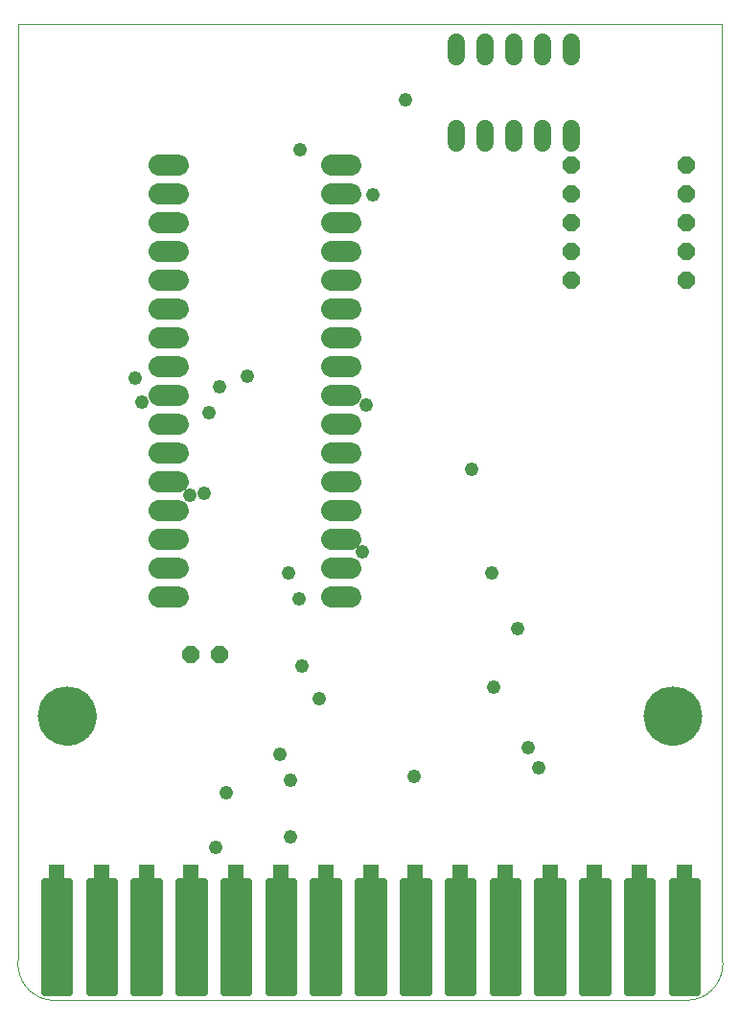
<source format=gbs>
G75*
%MOIN*%
%OFA0B0*%
%FSLAX25Y25*%
%IPPOS*%
%LPD*%
%AMOC8*
5,1,8,0,0,1.08239X$1,22.5*
%
%ADD10C,0.00000*%
%ADD11C,0.20485*%
%ADD12R,0.05800X0.05800*%
%ADD13C,0.02207*%
%ADD14C,0.07296*%
%ADD15OC8,0.06000*%
%ADD16C,0.06000*%
%ADD17C,0.04800*%
D10*
X0067595Y0047713D02*
X0067595Y0372634D01*
X0312516Y0372634D01*
X0312516Y0047713D01*
X0312517Y0047713D02*
X0312543Y0047410D01*
X0312563Y0047106D01*
X0312574Y0046802D01*
X0312579Y0046498D01*
X0312576Y0046194D01*
X0312566Y0045889D01*
X0312548Y0045586D01*
X0312524Y0045282D01*
X0312491Y0044980D01*
X0312452Y0044678D01*
X0312405Y0044377D01*
X0312351Y0044078D01*
X0312290Y0043780D01*
X0312221Y0043483D01*
X0312146Y0043189D01*
X0312063Y0042896D01*
X0311973Y0042605D01*
X0311877Y0042317D01*
X0311773Y0042030D01*
X0311663Y0041747D01*
X0311545Y0041466D01*
X0311421Y0041188D01*
X0311290Y0040914D01*
X0311153Y0040642D01*
X0311009Y0040374D01*
X0310859Y0040109D01*
X0310702Y0039849D01*
X0310539Y0039592D01*
X0310370Y0039339D01*
X0310195Y0039090D01*
X0310013Y0038845D01*
X0309826Y0038605D01*
X0309634Y0038370D01*
X0309435Y0038139D01*
X0309231Y0037913D01*
X0309022Y0037692D01*
X0308808Y0037477D01*
X0308588Y0037266D01*
X0308363Y0037061D01*
X0308133Y0036861D01*
X0307899Y0036667D01*
X0307660Y0036479D01*
X0307417Y0036296D01*
X0307169Y0036120D01*
X0306917Y0035949D01*
X0306661Y0035785D01*
X0306401Y0035627D01*
X0306137Y0035475D01*
X0305870Y0035330D01*
X0305599Y0035191D01*
X0305325Y0035058D01*
X0305048Y0034933D01*
X0304768Y0034814D01*
X0304485Y0034702D01*
X0304199Y0034596D01*
X0303911Y0034498D01*
X0303621Y0034407D01*
X0303329Y0034322D01*
X0303034Y0034245D01*
X0302738Y0034175D01*
X0302440Y0034112D01*
X0302141Y0034057D01*
X0301841Y0034008D01*
X0301539Y0033967D01*
X0301237Y0033933D01*
X0078875Y0033933D01*
X0078568Y0033968D01*
X0078262Y0034010D01*
X0077957Y0034059D01*
X0077653Y0034116D01*
X0077351Y0034180D01*
X0077050Y0034252D01*
X0076751Y0034331D01*
X0076455Y0034418D01*
X0076160Y0034512D01*
X0075868Y0034612D01*
X0075578Y0034720D01*
X0075292Y0034836D01*
X0075008Y0034958D01*
X0074727Y0035087D01*
X0074449Y0035223D01*
X0074175Y0035365D01*
X0073905Y0035515D01*
X0073638Y0035671D01*
X0073375Y0035833D01*
X0073116Y0036002D01*
X0072861Y0036177D01*
X0072611Y0036358D01*
X0072365Y0036546D01*
X0072124Y0036739D01*
X0071888Y0036939D01*
X0071657Y0037144D01*
X0071431Y0037354D01*
X0071210Y0037570D01*
X0070994Y0037792D01*
X0070784Y0038018D01*
X0070580Y0038250D01*
X0070381Y0038487D01*
X0070188Y0038729D01*
X0070002Y0038975D01*
X0069821Y0039225D01*
X0069646Y0039480D01*
X0069478Y0039740D01*
X0069316Y0040003D01*
X0069161Y0040270D01*
X0069012Y0040541D01*
X0068870Y0040816D01*
X0068735Y0041094D01*
X0068607Y0041375D01*
X0068485Y0041659D01*
X0068371Y0041946D01*
X0068264Y0042236D01*
X0068164Y0042528D01*
X0068071Y0042823D01*
X0067985Y0043120D01*
X0067907Y0043419D01*
X0067835Y0043720D01*
X0067772Y0044022D01*
X0067716Y0044326D01*
X0067667Y0044631D01*
X0067626Y0044937D01*
X0067592Y0045245D01*
X0067566Y0045553D01*
X0067547Y0045861D01*
X0067536Y0046170D01*
X0067533Y0046479D01*
X0067537Y0046788D01*
X0067549Y0047097D01*
X0067568Y0047405D01*
X0067595Y0047713D01*
X0074937Y0132358D02*
X0074940Y0132600D01*
X0074949Y0132841D01*
X0074964Y0133082D01*
X0074984Y0133323D01*
X0075011Y0133563D01*
X0075044Y0133802D01*
X0075082Y0134041D01*
X0075126Y0134278D01*
X0075176Y0134515D01*
X0075232Y0134750D01*
X0075294Y0134983D01*
X0075361Y0135215D01*
X0075434Y0135446D01*
X0075512Y0135674D01*
X0075597Y0135900D01*
X0075686Y0136125D01*
X0075781Y0136347D01*
X0075882Y0136566D01*
X0075988Y0136784D01*
X0076099Y0136998D01*
X0076216Y0137210D01*
X0076337Y0137418D01*
X0076464Y0137624D01*
X0076596Y0137826D01*
X0076733Y0138026D01*
X0076874Y0138221D01*
X0077020Y0138414D01*
X0077171Y0138602D01*
X0077327Y0138787D01*
X0077487Y0138968D01*
X0077651Y0139145D01*
X0077820Y0139318D01*
X0077993Y0139487D01*
X0078170Y0139651D01*
X0078351Y0139811D01*
X0078536Y0139967D01*
X0078724Y0140118D01*
X0078917Y0140264D01*
X0079112Y0140405D01*
X0079312Y0140542D01*
X0079514Y0140674D01*
X0079720Y0140801D01*
X0079928Y0140922D01*
X0080140Y0141039D01*
X0080354Y0141150D01*
X0080572Y0141256D01*
X0080791Y0141357D01*
X0081013Y0141452D01*
X0081238Y0141541D01*
X0081464Y0141626D01*
X0081692Y0141704D01*
X0081923Y0141777D01*
X0082155Y0141844D01*
X0082388Y0141906D01*
X0082623Y0141962D01*
X0082860Y0142012D01*
X0083097Y0142056D01*
X0083336Y0142094D01*
X0083575Y0142127D01*
X0083815Y0142154D01*
X0084056Y0142174D01*
X0084297Y0142189D01*
X0084538Y0142198D01*
X0084780Y0142201D01*
X0085022Y0142198D01*
X0085263Y0142189D01*
X0085504Y0142174D01*
X0085745Y0142154D01*
X0085985Y0142127D01*
X0086224Y0142094D01*
X0086463Y0142056D01*
X0086700Y0142012D01*
X0086937Y0141962D01*
X0087172Y0141906D01*
X0087405Y0141844D01*
X0087637Y0141777D01*
X0087868Y0141704D01*
X0088096Y0141626D01*
X0088322Y0141541D01*
X0088547Y0141452D01*
X0088769Y0141357D01*
X0088988Y0141256D01*
X0089206Y0141150D01*
X0089420Y0141039D01*
X0089632Y0140922D01*
X0089840Y0140801D01*
X0090046Y0140674D01*
X0090248Y0140542D01*
X0090448Y0140405D01*
X0090643Y0140264D01*
X0090836Y0140118D01*
X0091024Y0139967D01*
X0091209Y0139811D01*
X0091390Y0139651D01*
X0091567Y0139487D01*
X0091740Y0139318D01*
X0091909Y0139145D01*
X0092073Y0138968D01*
X0092233Y0138787D01*
X0092389Y0138602D01*
X0092540Y0138414D01*
X0092686Y0138221D01*
X0092827Y0138026D01*
X0092964Y0137826D01*
X0093096Y0137624D01*
X0093223Y0137418D01*
X0093344Y0137210D01*
X0093461Y0136998D01*
X0093572Y0136784D01*
X0093678Y0136566D01*
X0093779Y0136347D01*
X0093874Y0136125D01*
X0093963Y0135900D01*
X0094048Y0135674D01*
X0094126Y0135446D01*
X0094199Y0135215D01*
X0094266Y0134983D01*
X0094328Y0134750D01*
X0094384Y0134515D01*
X0094434Y0134278D01*
X0094478Y0134041D01*
X0094516Y0133802D01*
X0094549Y0133563D01*
X0094576Y0133323D01*
X0094596Y0133082D01*
X0094611Y0132841D01*
X0094620Y0132600D01*
X0094623Y0132358D01*
X0094620Y0132116D01*
X0094611Y0131875D01*
X0094596Y0131634D01*
X0094576Y0131393D01*
X0094549Y0131153D01*
X0094516Y0130914D01*
X0094478Y0130675D01*
X0094434Y0130438D01*
X0094384Y0130201D01*
X0094328Y0129966D01*
X0094266Y0129733D01*
X0094199Y0129501D01*
X0094126Y0129270D01*
X0094048Y0129042D01*
X0093963Y0128816D01*
X0093874Y0128591D01*
X0093779Y0128369D01*
X0093678Y0128150D01*
X0093572Y0127932D01*
X0093461Y0127718D01*
X0093344Y0127506D01*
X0093223Y0127298D01*
X0093096Y0127092D01*
X0092964Y0126890D01*
X0092827Y0126690D01*
X0092686Y0126495D01*
X0092540Y0126302D01*
X0092389Y0126114D01*
X0092233Y0125929D01*
X0092073Y0125748D01*
X0091909Y0125571D01*
X0091740Y0125398D01*
X0091567Y0125229D01*
X0091390Y0125065D01*
X0091209Y0124905D01*
X0091024Y0124749D01*
X0090836Y0124598D01*
X0090643Y0124452D01*
X0090448Y0124311D01*
X0090248Y0124174D01*
X0090046Y0124042D01*
X0089840Y0123915D01*
X0089632Y0123794D01*
X0089420Y0123677D01*
X0089206Y0123566D01*
X0088988Y0123460D01*
X0088769Y0123359D01*
X0088547Y0123264D01*
X0088322Y0123175D01*
X0088096Y0123090D01*
X0087868Y0123012D01*
X0087637Y0122939D01*
X0087405Y0122872D01*
X0087172Y0122810D01*
X0086937Y0122754D01*
X0086700Y0122704D01*
X0086463Y0122660D01*
X0086224Y0122622D01*
X0085985Y0122589D01*
X0085745Y0122562D01*
X0085504Y0122542D01*
X0085263Y0122527D01*
X0085022Y0122518D01*
X0084780Y0122515D01*
X0084538Y0122518D01*
X0084297Y0122527D01*
X0084056Y0122542D01*
X0083815Y0122562D01*
X0083575Y0122589D01*
X0083336Y0122622D01*
X0083097Y0122660D01*
X0082860Y0122704D01*
X0082623Y0122754D01*
X0082388Y0122810D01*
X0082155Y0122872D01*
X0081923Y0122939D01*
X0081692Y0123012D01*
X0081464Y0123090D01*
X0081238Y0123175D01*
X0081013Y0123264D01*
X0080791Y0123359D01*
X0080572Y0123460D01*
X0080354Y0123566D01*
X0080140Y0123677D01*
X0079928Y0123794D01*
X0079720Y0123915D01*
X0079514Y0124042D01*
X0079312Y0124174D01*
X0079112Y0124311D01*
X0078917Y0124452D01*
X0078724Y0124598D01*
X0078536Y0124749D01*
X0078351Y0124905D01*
X0078170Y0125065D01*
X0077993Y0125229D01*
X0077820Y0125398D01*
X0077651Y0125571D01*
X0077487Y0125748D01*
X0077327Y0125929D01*
X0077171Y0126114D01*
X0077020Y0126302D01*
X0076874Y0126495D01*
X0076733Y0126690D01*
X0076596Y0126890D01*
X0076464Y0127092D01*
X0076337Y0127298D01*
X0076216Y0127506D01*
X0076099Y0127718D01*
X0075988Y0127932D01*
X0075882Y0128150D01*
X0075781Y0128369D01*
X0075686Y0128591D01*
X0075597Y0128816D01*
X0075512Y0129042D01*
X0075434Y0129270D01*
X0075361Y0129501D01*
X0075294Y0129733D01*
X0075232Y0129966D01*
X0075176Y0130201D01*
X0075126Y0130438D01*
X0075082Y0130675D01*
X0075044Y0130914D01*
X0075011Y0131153D01*
X0074984Y0131393D01*
X0074964Y0131634D01*
X0074949Y0131875D01*
X0074940Y0132116D01*
X0074937Y0132358D01*
X0285488Y0132358D02*
X0285491Y0132600D01*
X0285500Y0132841D01*
X0285515Y0133082D01*
X0285535Y0133323D01*
X0285562Y0133563D01*
X0285595Y0133802D01*
X0285633Y0134041D01*
X0285677Y0134278D01*
X0285727Y0134515D01*
X0285783Y0134750D01*
X0285845Y0134983D01*
X0285912Y0135215D01*
X0285985Y0135446D01*
X0286063Y0135674D01*
X0286148Y0135900D01*
X0286237Y0136125D01*
X0286332Y0136347D01*
X0286433Y0136566D01*
X0286539Y0136784D01*
X0286650Y0136998D01*
X0286767Y0137210D01*
X0286888Y0137418D01*
X0287015Y0137624D01*
X0287147Y0137826D01*
X0287284Y0138026D01*
X0287425Y0138221D01*
X0287571Y0138414D01*
X0287722Y0138602D01*
X0287878Y0138787D01*
X0288038Y0138968D01*
X0288202Y0139145D01*
X0288371Y0139318D01*
X0288544Y0139487D01*
X0288721Y0139651D01*
X0288902Y0139811D01*
X0289087Y0139967D01*
X0289275Y0140118D01*
X0289468Y0140264D01*
X0289663Y0140405D01*
X0289863Y0140542D01*
X0290065Y0140674D01*
X0290271Y0140801D01*
X0290479Y0140922D01*
X0290691Y0141039D01*
X0290905Y0141150D01*
X0291123Y0141256D01*
X0291342Y0141357D01*
X0291564Y0141452D01*
X0291789Y0141541D01*
X0292015Y0141626D01*
X0292243Y0141704D01*
X0292474Y0141777D01*
X0292706Y0141844D01*
X0292939Y0141906D01*
X0293174Y0141962D01*
X0293411Y0142012D01*
X0293648Y0142056D01*
X0293887Y0142094D01*
X0294126Y0142127D01*
X0294366Y0142154D01*
X0294607Y0142174D01*
X0294848Y0142189D01*
X0295089Y0142198D01*
X0295331Y0142201D01*
X0295573Y0142198D01*
X0295814Y0142189D01*
X0296055Y0142174D01*
X0296296Y0142154D01*
X0296536Y0142127D01*
X0296775Y0142094D01*
X0297014Y0142056D01*
X0297251Y0142012D01*
X0297488Y0141962D01*
X0297723Y0141906D01*
X0297956Y0141844D01*
X0298188Y0141777D01*
X0298419Y0141704D01*
X0298647Y0141626D01*
X0298873Y0141541D01*
X0299098Y0141452D01*
X0299320Y0141357D01*
X0299539Y0141256D01*
X0299757Y0141150D01*
X0299971Y0141039D01*
X0300183Y0140922D01*
X0300391Y0140801D01*
X0300597Y0140674D01*
X0300799Y0140542D01*
X0300999Y0140405D01*
X0301194Y0140264D01*
X0301387Y0140118D01*
X0301575Y0139967D01*
X0301760Y0139811D01*
X0301941Y0139651D01*
X0302118Y0139487D01*
X0302291Y0139318D01*
X0302460Y0139145D01*
X0302624Y0138968D01*
X0302784Y0138787D01*
X0302940Y0138602D01*
X0303091Y0138414D01*
X0303237Y0138221D01*
X0303378Y0138026D01*
X0303515Y0137826D01*
X0303647Y0137624D01*
X0303774Y0137418D01*
X0303895Y0137210D01*
X0304012Y0136998D01*
X0304123Y0136784D01*
X0304229Y0136566D01*
X0304330Y0136347D01*
X0304425Y0136125D01*
X0304514Y0135900D01*
X0304599Y0135674D01*
X0304677Y0135446D01*
X0304750Y0135215D01*
X0304817Y0134983D01*
X0304879Y0134750D01*
X0304935Y0134515D01*
X0304985Y0134278D01*
X0305029Y0134041D01*
X0305067Y0133802D01*
X0305100Y0133563D01*
X0305127Y0133323D01*
X0305147Y0133082D01*
X0305162Y0132841D01*
X0305171Y0132600D01*
X0305174Y0132358D01*
X0305171Y0132116D01*
X0305162Y0131875D01*
X0305147Y0131634D01*
X0305127Y0131393D01*
X0305100Y0131153D01*
X0305067Y0130914D01*
X0305029Y0130675D01*
X0304985Y0130438D01*
X0304935Y0130201D01*
X0304879Y0129966D01*
X0304817Y0129733D01*
X0304750Y0129501D01*
X0304677Y0129270D01*
X0304599Y0129042D01*
X0304514Y0128816D01*
X0304425Y0128591D01*
X0304330Y0128369D01*
X0304229Y0128150D01*
X0304123Y0127932D01*
X0304012Y0127718D01*
X0303895Y0127506D01*
X0303774Y0127298D01*
X0303647Y0127092D01*
X0303515Y0126890D01*
X0303378Y0126690D01*
X0303237Y0126495D01*
X0303091Y0126302D01*
X0302940Y0126114D01*
X0302784Y0125929D01*
X0302624Y0125748D01*
X0302460Y0125571D01*
X0302291Y0125398D01*
X0302118Y0125229D01*
X0301941Y0125065D01*
X0301760Y0124905D01*
X0301575Y0124749D01*
X0301387Y0124598D01*
X0301194Y0124452D01*
X0300999Y0124311D01*
X0300799Y0124174D01*
X0300597Y0124042D01*
X0300391Y0123915D01*
X0300183Y0123794D01*
X0299971Y0123677D01*
X0299757Y0123566D01*
X0299539Y0123460D01*
X0299320Y0123359D01*
X0299098Y0123264D01*
X0298873Y0123175D01*
X0298647Y0123090D01*
X0298419Y0123012D01*
X0298188Y0122939D01*
X0297956Y0122872D01*
X0297723Y0122810D01*
X0297488Y0122754D01*
X0297251Y0122704D01*
X0297014Y0122660D01*
X0296775Y0122622D01*
X0296536Y0122589D01*
X0296296Y0122562D01*
X0296055Y0122542D01*
X0295814Y0122527D01*
X0295573Y0122518D01*
X0295331Y0122515D01*
X0295089Y0122518D01*
X0294848Y0122527D01*
X0294607Y0122542D01*
X0294366Y0122562D01*
X0294126Y0122589D01*
X0293887Y0122622D01*
X0293648Y0122660D01*
X0293411Y0122704D01*
X0293174Y0122754D01*
X0292939Y0122810D01*
X0292706Y0122872D01*
X0292474Y0122939D01*
X0292243Y0123012D01*
X0292015Y0123090D01*
X0291789Y0123175D01*
X0291564Y0123264D01*
X0291342Y0123359D01*
X0291123Y0123460D01*
X0290905Y0123566D01*
X0290691Y0123677D01*
X0290479Y0123794D01*
X0290271Y0123915D01*
X0290065Y0124042D01*
X0289863Y0124174D01*
X0289663Y0124311D01*
X0289468Y0124452D01*
X0289275Y0124598D01*
X0289087Y0124749D01*
X0288902Y0124905D01*
X0288721Y0125065D01*
X0288544Y0125229D01*
X0288371Y0125398D01*
X0288202Y0125571D01*
X0288038Y0125748D01*
X0287878Y0125929D01*
X0287722Y0126114D01*
X0287571Y0126302D01*
X0287425Y0126495D01*
X0287284Y0126690D01*
X0287147Y0126890D01*
X0287015Y0127092D01*
X0286888Y0127298D01*
X0286767Y0127506D01*
X0286650Y0127718D01*
X0286539Y0127932D01*
X0286433Y0128150D01*
X0286332Y0128369D01*
X0286237Y0128591D01*
X0286148Y0128816D01*
X0286063Y0129042D01*
X0285985Y0129270D01*
X0285912Y0129501D01*
X0285845Y0129733D01*
X0285783Y0129966D01*
X0285727Y0130201D01*
X0285677Y0130438D01*
X0285633Y0130675D01*
X0285595Y0130914D01*
X0285562Y0131153D01*
X0285535Y0131393D01*
X0285515Y0131634D01*
X0285500Y0131875D01*
X0285491Y0132116D01*
X0285488Y0132358D01*
D11*
X0295331Y0132358D03*
X0084780Y0132358D03*
D12*
X0081109Y0078211D03*
X0096699Y0078211D03*
X0112290Y0078211D03*
X0127880Y0078211D03*
X0143471Y0078211D03*
X0159061Y0078211D03*
X0174652Y0078211D03*
X0190243Y0078211D03*
X0205833Y0078211D03*
X0221424Y0078211D03*
X0237014Y0078211D03*
X0252605Y0078211D03*
X0268195Y0078211D03*
X0283786Y0078211D03*
X0299376Y0078211D03*
D13*
X0294961Y0075008D02*
X0294961Y0036414D01*
X0294961Y0075008D02*
X0303791Y0075008D01*
X0303791Y0036414D01*
X0294961Y0036414D01*
X0294961Y0038620D02*
X0303791Y0038620D01*
X0303791Y0040826D02*
X0294961Y0040826D01*
X0294961Y0043032D02*
X0303791Y0043032D01*
X0303791Y0045238D02*
X0294961Y0045238D01*
X0294961Y0047444D02*
X0303791Y0047444D01*
X0303791Y0049650D02*
X0294961Y0049650D01*
X0294961Y0051856D02*
X0303791Y0051856D01*
X0303791Y0054062D02*
X0294961Y0054062D01*
X0294961Y0056268D02*
X0303791Y0056268D01*
X0303791Y0058474D02*
X0294961Y0058474D01*
X0294961Y0060680D02*
X0303791Y0060680D01*
X0303791Y0062886D02*
X0294961Y0062886D01*
X0294961Y0065092D02*
X0303791Y0065092D01*
X0303791Y0067298D02*
X0294961Y0067298D01*
X0294961Y0069504D02*
X0303791Y0069504D01*
X0303791Y0071710D02*
X0294961Y0071710D01*
X0294961Y0073916D02*
X0303791Y0073916D01*
X0279371Y0075008D02*
X0279371Y0036414D01*
X0279371Y0075008D02*
X0288201Y0075008D01*
X0288201Y0036414D01*
X0279371Y0036414D01*
X0279371Y0038620D02*
X0288201Y0038620D01*
X0288201Y0040826D02*
X0279371Y0040826D01*
X0279371Y0043032D02*
X0288201Y0043032D01*
X0288201Y0045238D02*
X0279371Y0045238D01*
X0279371Y0047444D02*
X0288201Y0047444D01*
X0288201Y0049650D02*
X0279371Y0049650D01*
X0279371Y0051856D02*
X0288201Y0051856D01*
X0288201Y0054062D02*
X0279371Y0054062D01*
X0279371Y0056268D02*
X0288201Y0056268D01*
X0288201Y0058474D02*
X0279371Y0058474D01*
X0279371Y0060680D02*
X0288201Y0060680D01*
X0288201Y0062886D02*
X0279371Y0062886D01*
X0279371Y0065092D02*
X0288201Y0065092D01*
X0288201Y0067298D02*
X0279371Y0067298D01*
X0279371Y0069504D02*
X0288201Y0069504D01*
X0288201Y0071710D02*
X0279371Y0071710D01*
X0279371Y0073916D02*
X0288201Y0073916D01*
X0263780Y0075008D02*
X0263780Y0036414D01*
X0263780Y0075008D02*
X0272610Y0075008D01*
X0272610Y0036414D01*
X0263780Y0036414D01*
X0263780Y0038620D02*
X0272610Y0038620D01*
X0272610Y0040826D02*
X0263780Y0040826D01*
X0263780Y0043032D02*
X0272610Y0043032D01*
X0272610Y0045238D02*
X0263780Y0045238D01*
X0263780Y0047444D02*
X0272610Y0047444D01*
X0272610Y0049650D02*
X0263780Y0049650D01*
X0263780Y0051856D02*
X0272610Y0051856D01*
X0272610Y0054062D02*
X0263780Y0054062D01*
X0263780Y0056268D02*
X0272610Y0056268D01*
X0272610Y0058474D02*
X0263780Y0058474D01*
X0263780Y0060680D02*
X0272610Y0060680D01*
X0272610Y0062886D02*
X0263780Y0062886D01*
X0263780Y0065092D02*
X0272610Y0065092D01*
X0272610Y0067298D02*
X0263780Y0067298D01*
X0263780Y0069504D02*
X0272610Y0069504D01*
X0272610Y0071710D02*
X0263780Y0071710D01*
X0263780Y0073916D02*
X0272610Y0073916D01*
X0248190Y0075008D02*
X0248190Y0036414D01*
X0248190Y0075008D02*
X0257020Y0075008D01*
X0257020Y0036414D01*
X0248190Y0036414D01*
X0248190Y0038620D02*
X0257020Y0038620D01*
X0257020Y0040826D02*
X0248190Y0040826D01*
X0248190Y0043032D02*
X0257020Y0043032D01*
X0257020Y0045238D02*
X0248190Y0045238D01*
X0248190Y0047444D02*
X0257020Y0047444D01*
X0257020Y0049650D02*
X0248190Y0049650D01*
X0248190Y0051856D02*
X0257020Y0051856D01*
X0257020Y0054062D02*
X0248190Y0054062D01*
X0248190Y0056268D02*
X0257020Y0056268D01*
X0257020Y0058474D02*
X0248190Y0058474D01*
X0248190Y0060680D02*
X0257020Y0060680D01*
X0257020Y0062886D02*
X0248190Y0062886D01*
X0248190Y0065092D02*
X0257020Y0065092D01*
X0257020Y0067298D02*
X0248190Y0067298D01*
X0248190Y0069504D02*
X0257020Y0069504D01*
X0257020Y0071710D02*
X0248190Y0071710D01*
X0248190Y0073916D02*
X0257020Y0073916D01*
X0232599Y0075008D02*
X0232599Y0036414D01*
X0232599Y0075008D02*
X0241429Y0075008D01*
X0241429Y0036414D01*
X0232599Y0036414D01*
X0232599Y0038620D02*
X0241429Y0038620D01*
X0241429Y0040826D02*
X0232599Y0040826D01*
X0232599Y0043032D02*
X0241429Y0043032D01*
X0241429Y0045238D02*
X0232599Y0045238D01*
X0232599Y0047444D02*
X0241429Y0047444D01*
X0241429Y0049650D02*
X0232599Y0049650D01*
X0232599Y0051856D02*
X0241429Y0051856D01*
X0241429Y0054062D02*
X0232599Y0054062D01*
X0232599Y0056268D02*
X0241429Y0056268D01*
X0241429Y0058474D02*
X0232599Y0058474D01*
X0232599Y0060680D02*
X0241429Y0060680D01*
X0241429Y0062886D02*
X0232599Y0062886D01*
X0232599Y0065092D02*
X0241429Y0065092D01*
X0241429Y0067298D02*
X0232599Y0067298D01*
X0232599Y0069504D02*
X0241429Y0069504D01*
X0241429Y0071710D02*
X0232599Y0071710D01*
X0232599Y0073916D02*
X0241429Y0073916D01*
X0217009Y0075008D02*
X0217009Y0036414D01*
X0217009Y0075008D02*
X0225839Y0075008D01*
X0225839Y0036414D01*
X0217009Y0036414D01*
X0217009Y0038620D02*
X0225839Y0038620D01*
X0225839Y0040826D02*
X0217009Y0040826D01*
X0217009Y0043032D02*
X0225839Y0043032D01*
X0225839Y0045238D02*
X0217009Y0045238D01*
X0217009Y0047444D02*
X0225839Y0047444D01*
X0225839Y0049650D02*
X0217009Y0049650D01*
X0217009Y0051856D02*
X0225839Y0051856D01*
X0225839Y0054062D02*
X0217009Y0054062D01*
X0217009Y0056268D02*
X0225839Y0056268D01*
X0225839Y0058474D02*
X0217009Y0058474D01*
X0217009Y0060680D02*
X0225839Y0060680D01*
X0225839Y0062886D02*
X0217009Y0062886D01*
X0217009Y0065092D02*
X0225839Y0065092D01*
X0225839Y0067298D02*
X0217009Y0067298D01*
X0217009Y0069504D02*
X0225839Y0069504D01*
X0225839Y0071710D02*
X0217009Y0071710D01*
X0217009Y0073916D02*
X0225839Y0073916D01*
X0201418Y0075008D02*
X0201418Y0036414D01*
X0201418Y0075008D02*
X0210248Y0075008D01*
X0210248Y0036414D01*
X0201418Y0036414D01*
X0201418Y0038620D02*
X0210248Y0038620D01*
X0210248Y0040826D02*
X0201418Y0040826D01*
X0201418Y0043032D02*
X0210248Y0043032D01*
X0210248Y0045238D02*
X0201418Y0045238D01*
X0201418Y0047444D02*
X0210248Y0047444D01*
X0210248Y0049650D02*
X0201418Y0049650D01*
X0201418Y0051856D02*
X0210248Y0051856D01*
X0210248Y0054062D02*
X0201418Y0054062D01*
X0201418Y0056268D02*
X0210248Y0056268D01*
X0210248Y0058474D02*
X0201418Y0058474D01*
X0201418Y0060680D02*
X0210248Y0060680D01*
X0210248Y0062886D02*
X0201418Y0062886D01*
X0201418Y0065092D02*
X0210248Y0065092D01*
X0210248Y0067298D02*
X0201418Y0067298D01*
X0201418Y0069504D02*
X0210248Y0069504D01*
X0210248Y0071710D02*
X0201418Y0071710D01*
X0201418Y0073916D02*
X0210248Y0073916D01*
X0185828Y0075008D02*
X0185828Y0036414D01*
X0185828Y0075008D02*
X0194658Y0075008D01*
X0194658Y0036414D01*
X0185828Y0036414D01*
X0185828Y0038620D02*
X0194658Y0038620D01*
X0194658Y0040826D02*
X0185828Y0040826D01*
X0185828Y0043032D02*
X0194658Y0043032D01*
X0194658Y0045238D02*
X0185828Y0045238D01*
X0185828Y0047444D02*
X0194658Y0047444D01*
X0194658Y0049650D02*
X0185828Y0049650D01*
X0185828Y0051856D02*
X0194658Y0051856D01*
X0194658Y0054062D02*
X0185828Y0054062D01*
X0185828Y0056268D02*
X0194658Y0056268D01*
X0194658Y0058474D02*
X0185828Y0058474D01*
X0185828Y0060680D02*
X0194658Y0060680D01*
X0194658Y0062886D02*
X0185828Y0062886D01*
X0185828Y0065092D02*
X0194658Y0065092D01*
X0194658Y0067298D02*
X0185828Y0067298D01*
X0185828Y0069504D02*
X0194658Y0069504D01*
X0194658Y0071710D02*
X0185828Y0071710D01*
X0185828Y0073916D02*
X0194658Y0073916D01*
X0170237Y0075008D02*
X0170237Y0036414D01*
X0170237Y0075008D02*
X0179067Y0075008D01*
X0179067Y0036414D01*
X0170237Y0036414D01*
X0170237Y0038620D02*
X0179067Y0038620D01*
X0179067Y0040826D02*
X0170237Y0040826D01*
X0170237Y0043032D02*
X0179067Y0043032D01*
X0179067Y0045238D02*
X0170237Y0045238D01*
X0170237Y0047444D02*
X0179067Y0047444D01*
X0179067Y0049650D02*
X0170237Y0049650D01*
X0170237Y0051856D02*
X0179067Y0051856D01*
X0179067Y0054062D02*
X0170237Y0054062D01*
X0170237Y0056268D02*
X0179067Y0056268D01*
X0179067Y0058474D02*
X0170237Y0058474D01*
X0170237Y0060680D02*
X0179067Y0060680D01*
X0179067Y0062886D02*
X0170237Y0062886D01*
X0170237Y0065092D02*
X0179067Y0065092D01*
X0179067Y0067298D02*
X0170237Y0067298D01*
X0170237Y0069504D02*
X0179067Y0069504D01*
X0179067Y0071710D02*
X0170237Y0071710D01*
X0170237Y0073916D02*
X0179067Y0073916D01*
X0154646Y0075008D02*
X0154646Y0036414D01*
X0154646Y0075008D02*
X0163476Y0075008D01*
X0163476Y0036414D01*
X0154646Y0036414D01*
X0154646Y0038620D02*
X0163476Y0038620D01*
X0163476Y0040826D02*
X0154646Y0040826D01*
X0154646Y0043032D02*
X0163476Y0043032D01*
X0163476Y0045238D02*
X0154646Y0045238D01*
X0154646Y0047444D02*
X0163476Y0047444D01*
X0163476Y0049650D02*
X0154646Y0049650D01*
X0154646Y0051856D02*
X0163476Y0051856D01*
X0163476Y0054062D02*
X0154646Y0054062D01*
X0154646Y0056268D02*
X0163476Y0056268D01*
X0163476Y0058474D02*
X0154646Y0058474D01*
X0154646Y0060680D02*
X0163476Y0060680D01*
X0163476Y0062886D02*
X0154646Y0062886D01*
X0154646Y0065092D02*
X0163476Y0065092D01*
X0163476Y0067298D02*
X0154646Y0067298D01*
X0154646Y0069504D02*
X0163476Y0069504D01*
X0163476Y0071710D02*
X0154646Y0071710D01*
X0154646Y0073916D02*
X0163476Y0073916D01*
X0139056Y0075008D02*
X0139056Y0036414D01*
X0139056Y0075008D02*
X0147886Y0075008D01*
X0147886Y0036414D01*
X0139056Y0036414D01*
X0139056Y0038620D02*
X0147886Y0038620D01*
X0147886Y0040826D02*
X0139056Y0040826D01*
X0139056Y0043032D02*
X0147886Y0043032D01*
X0147886Y0045238D02*
X0139056Y0045238D01*
X0139056Y0047444D02*
X0147886Y0047444D01*
X0147886Y0049650D02*
X0139056Y0049650D01*
X0139056Y0051856D02*
X0147886Y0051856D01*
X0147886Y0054062D02*
X0139056Y0054062D01*
X0139056Y0056268D02*
X0147886Y0056268D01*
X0147886Y0058474D02*
X0139056Y0058474D01*
X0139056Y0060680D02*
X0147886Y0060680D01*
X0147886Y0062886D02*
X0139056Y0062886D01*
X0139056Y0065092D02*
X0147886Y0065092D01*
X0147886Y0067298D02*
X0139056Y0067298D01*
X0139056Y0069504D02*
X0147886Y0069504D01*
X0147886Y0071710D02*
X0139056Y0071710D01*
X0139056Y0073916D02*
X0147886Y0073916D01*
X0123465Y0075008D02*
X0123465Y0036414D01*
X0123465Y0075008D02*
X0132295Y0075008D01*
X0132295Y0036414D01*
X0123465Y0036414D01*
X0123465Y0038620D02*
X0132295Y0038620D01*
X0132295Y0040826D02*
X0123465Y0040826D01*
X0123465Y0043032D02*
X0132295Y0043032D01*
X0132295Y0045238D02*
X0123465Y0045238D01*
X0123465Y0047444D02*
X0132295Y0047444D01*
X0132295Y0049650D02*
X0123465Y0049650D01*
X0123465Y0051856D02*
X0132295Y0051856D01*
X0132295Y0054062D02*
X0123465Y0054062D01*
X0123465Y0056268D02*
X0132295Y0056268D01*
X0132295Y0058474D02*
X0123465Y0058474D01*
X0123465Y0060680D02*
X0132295Y0060680D01*
X0132295Y0062886D02*
X0123465Y0062886D01*
X0123465Y0065092D02*
X0132295Y0065092D01*
X0132295Y0067298D02*
X0123465Y0067298D01*
X0123465Y0069504D02*
X0132295Y0069504D01*
X0132295Y0071710D02*
X0123465Y0071710D01*
X0123465Y0073916D02*
X0132295Y0073916D01*
X0107875Y0075008D02*
X0107875Y0036414D01*
X0107875Y0075008D02*
X0116705Y0075008D01*
X0116705Y0036414D01*
X0107875Y0036414D01*
X0107875Y0038620D02*
X0116705Y0038620D01*
X0116705Y0040826D02*
X0107875Y0040826D01*
X0107875Y0043032D02*
X0116705Y0043032D01*
X0116705Y0045238D02*
X0107875Y0045238D01*
X0107875Y0047444D02*
X0116705Y0047444D01*
X0116705Y0049650D02*
X0107875Y0049650D01*
X0107875Y0051856D02*
X0116705Y0051856D01*
X0116705Y0054062D02*
X0107875Y0054062D01*
X0107875Y0056268D02*
X0116705Y0056268D01*
X0116705Y0058474D02*
X0107875Y0058474D01*
X0107875Y0060680D02*
X0116705Y0060680D01*
X0116705Y0062886D02*
X0107875Y0062886D01*
X0107875Y0065092D02*
X0116705Y0065092D01*
X0116705Y0067298D02*
X0107875Y0067298D01*
X0107875Y0069504D02*
X0116705Y0069504D01*
X0116705Y0071710D02*
X0107875Y0071710D01*
X0107875Y0073916D02*
X0116705Y0073916D01*
X0092284Y0075008D02*
X0092284Y0036414D01*
X0092284Y0075008D02*
X0101114Y0075008D01*
X0101114Y0036414D01*
X0092284Y0036414D01*
X0092284Y0038620D02*
X0101114Y0038620D01*
X0101114Y0040826D02*
X0092284Y0040826D01*
X0092284Y0043032D02*
X0101114Y0043032D01*
X0101114Y0045238D02*
X0092284Y0045238D01*
X0092284Y0047444D02*
X0101114Y0047444D01*
X0101114Y0049650D02*
X0092284Y0049650D01*
X0092284Y0051856D02*
X0101114Y0051856D01*
X0101114Y0054062D02*
X0092284Y0054062D01*
X0092284Y0056268D02*
X0101114Y0056268D01*
X0101114Y0058474D02*
X0092284Y0058474D01*
X0092284Y0060680D02*
X0101114Y0060680D01*
X0101114Y0062886D02*
X0092284Y0062886D01*
X0092284Y0065092D02*
X0101114Y0065092D01*
X0101114Y0067298D02*
X0092284Y0067298D01*
X0092284Y0069504D02*
X0101114Y0069504D01*
X0101114Y0071710D02*
X0092284Y0071710D01*
X0092284Y0073916D02*
X0101114Y0073916D01*
X0076694Y0075008D02*
X0076694Y0036414D01*
X0076694Y0075008D02*
X0085524Y0075008D01*
X0085524Y0036414D01*
X0076694Y0036414D01*
X0076694Y0038620D02*
X0085524Y0038620D01*
X0085524Y0040826D02*
X0076694Y0040826D01*
X0076694Y0043032D02*
X0085524Y0043032D01*
X0085524Y0045238D02*
X0076694Y0045238D01*
X0076694Y0047444D02*
X0085524Y0047444D01*
X0085524Y0049650D02*
X0076694Y0049650D01*
X0076694Y0051856D02*
X0085524Y0051856D01*
X0085524Y0054062D02*
X0076694Y0054062D01*
X0076694Y0056268D02*
X0085524Y0056268D01*
X0085524Y0058474D02*
X0076694Y0058474D01*
X0076694Y0060680D02*
X0085524Y0060680D01*
X0085524Y0062886D02*
X0076694Y0062886D01*
X0076694Y0065092D02*
X0085524Y0065092D01*
X0085524Y0067298D02*
X0076694Y0067298D01*
X0076694Y0069504D02*
X0085524Y0069504D01*
X0085524Y0071710D02*
X0076694Y0071710D01*
X0076694Y0073916D02*
X0085524Y0073916D01*
D14*
X0116847Y0173933D02*
X0123343Y0173933D01*
X0123343Y0183933D02*
X0116847Y0183933D01*
X0116847Y0193933D02*
X0123343Y0193933D01*
X0123343Y0203933D02*
X0116847Y0203933D01*
X0116847Y0213933D02*
X0123343Y0213933D01*
X0123343Y0223933D02*
X0116847Y0223933D01*
X0116847Y0233933D02*
X0123343Y0233933D01*
X0123343Y0243933D02*
X0116847Y0243933D01*
X0116847Y0253933D02*
X0123343Y0253933D01*
X0123343Y0263933D02*
X0116847Y0263933D01*
X0116847Y0273933D02*
X0123343Y0273933D01*
X0123343Y0283933D02*
X0116847Y0283933D01*
X0116847Y0293933D02*
X0123343Y0293933D01*
X0123343Y0303933D02*
X0116847Y0303933D01*
X0116847Y0313933D02*
X0123343Y0313933D01*
X0123343Y0323933D02*
X0116847Y0323933D01*
X0176847Y0323933D02*
X0183343Y0323933D01*
X0183343Y0313933D02*
X0176847Y0313933D01*
X0176847Y0303933D02*
X0183343Y0303933D01*
X0183343Y0293933D02*
X0176847Y0293933D01*
X0176847Y0283933D02*
X0183343Y0283933D01*
X0183343Y0273933D02*
X0176847Y0273933D01*
X0176847Y0263933D02*
X0183343Y0263933D01*
X0183343Y0253933D02*
X0176847Y0253933D01*
X0176847Y0243933D02*
X0183343Y0243933D01*
X0183343Y0233933D02*
X0176847Y0233933D01*
X0176847Y0223933D02*
X0183343Y0223933D01*
X0183343Y0213933D02*
X0176847Y0213933D01*
X0176847Y0203933D02*
X0183343Y0203933D01*
X0183343Y0193933D02*
X0176847Y0193933D01*
X0176847Y0183933D02*
X0183343Y0183933D01*
X0183343Y0173933D02*
X0176847Y0173933D01*
D15*
X0137595Y0153933D03*
X0127595Y0153933D03*
X0260095Y0283933D03*
X0260095Y0293933D03*
X0260095Y0303933D03*
X0260095Y0313933D03*
X0260095Y0323933D03*
X0300095Y0323933D03*
X0300095Y0313933D03*
X0300095Y0303933D03*
X0300095Y0293933D03*
X0300095Y0283933D03*
D16*
X0260095Y0331333D02*
X0260095Y0336533D01*
X0250095Y0336533D02*
X0250095Y0331333D01*
X0240095Y0331333D02*
X0240095Y0336533D01*
X0230095Y0336533D02*
X0230095Y0331333D01*
X0220095Y0331333D02*
X0220095Y0336533D01*
X0220095Y0361333D02*
X0220095Y0366533D01*
X0230095Y0366533D02*
X0230095Y0361333D01*
X0240095Y0361333D02*
X0240095Y0366533D01*
X0250095Y0366533D02*
X0250095Y0361333D01*
X0260095Y0361333D02*
X0260095Y0366533D01*
D17*
X0202495Y0346533D03*
X0191095Y0313533D03*
X0165895Y0329133D03*
X0147295Y0250533D03*
X0137695Y0246933D03*
X0134095Y0237933D03*
X0110695Y0241533D03*
X0108295Y0249933D03*
X0127495Y0209133D03*
X0132295Y0209733D03*
X0161695Y0182133D03*
X0165295Y0173133D03*
X0166495Y0149733D03*
X0172495Y0138333D03*
X0158695Y0119133D03*
X0162295Y0110133D03*
X0162295Y0090333D03*
X0140095Y0105933D03*
X0136495Y0086733D03*
X0205495Y0111333D03*
X0233095Y0142533D03*
X0245095Y0121533D03*
X0248695Y0114333D03*
X0241495Y0162933D03*
X0232495Y0182133D03*
X0225295Y0218133D03*
X0188695Y0240333D03*
X0187495Y0189333D03*
M02*

</source>
